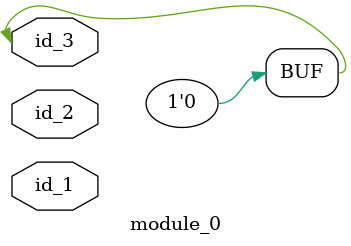
<source format=v>
module module_0 (
    id_1,
    id_2,
    id_3
);
  inout id_3;
  input id_2;
  inout id_1;
  assign id_3[1] = id_2;
  supply0 id_3;
endmodule

</source>
